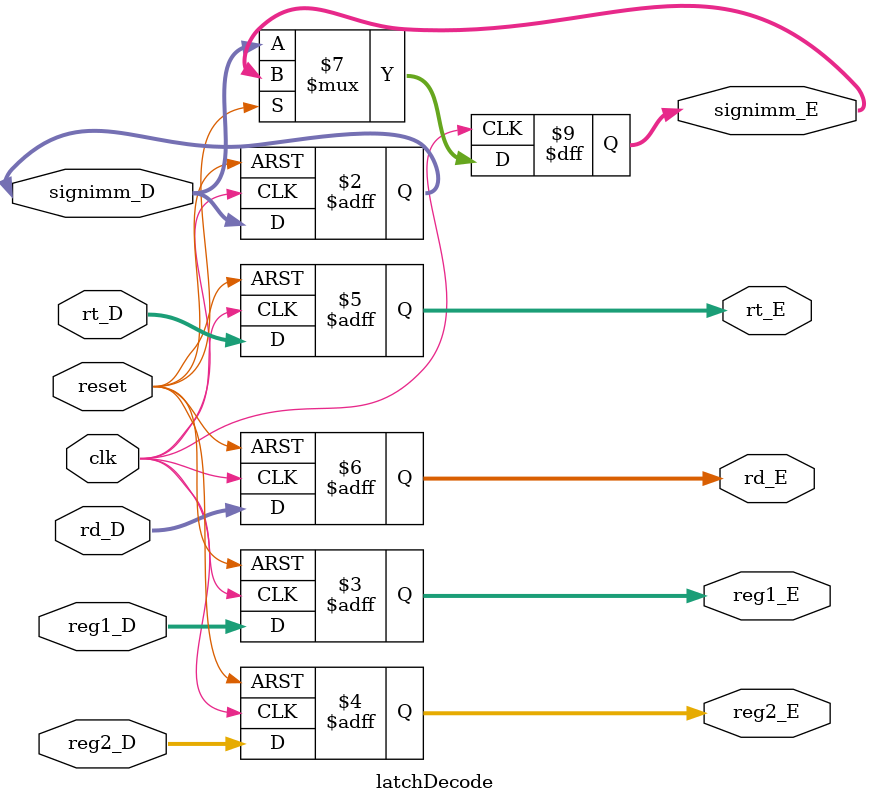
<source format=sv>
module latchDecode (input logic clk,
                    input logic reset,
						  input logic [31:0] reg1_D,
						  input logic [31:0] reg2_D,
						  input logic [4:0] rt_D,
						  input logic [4:0] rd_D,
						  input logic [31:0] signimm_D,
						  
				
						  output logic [31:0] reg1_E,
						  output logic [31:0] reg2_E,
						  output logic [4:0] rt_E,
						  output logic [4:0] rd_E,
						  output logic [31:0] signimm_E);
    always_ff @(posedge clk, posedge reset) begin
		if (reset) begin
		    reg1_E <= 0;
			 reg2_E <= 0;
			 rt_E <= 0;
			 rd_E <= 0;
			 signimm_D <= 0;
		end else begin
		        reg1_E <= reg1_D;
				  reg2_E <= reg2_D;
				  rt_E <= rt_D;
				  rd_E <= rd_D;
				  signimm_E <= signimm_D;
		    end
	 end
endmodule
						  
</source>
